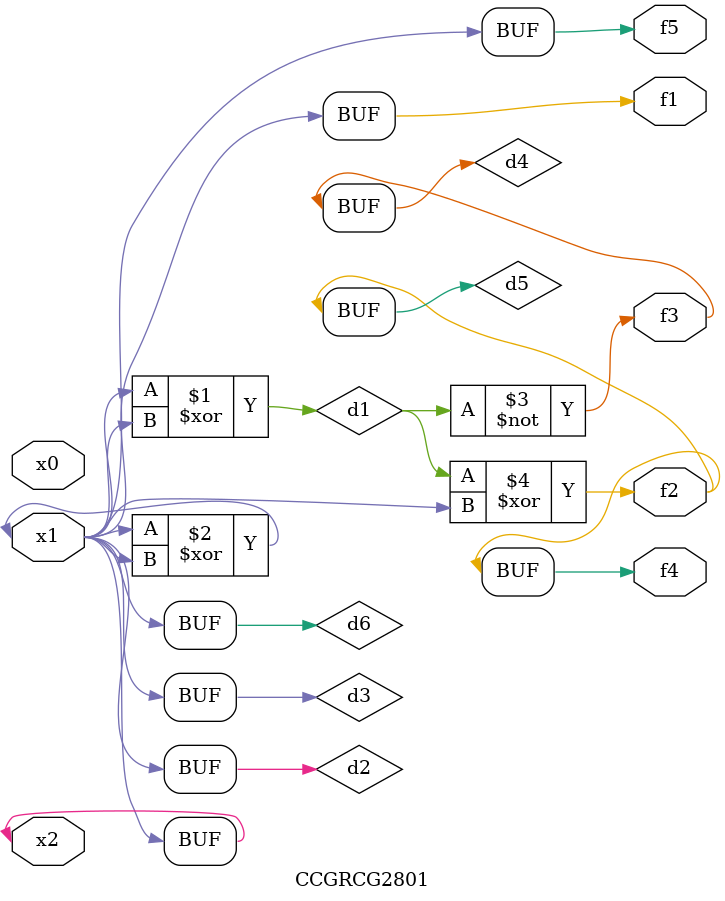
<source format=v>
module CCGRCG2801(
	input x0, x1, x2,
	output f1, f2, f3, f4, f5
);

	wire d1, d2, d3, d4, d5, d6;

	xor (d1, x1, x2);
	buf (d2, x1, x2);
	xor (d3, x1, x2);
	nor (d4, d1);
	xor (d5, d1, d2);
	buf (d6, d2, d3);
	assign f1 = d6;
	assign f2 = d5;
	assign f3 = d4;
	assign f4 = d5;
	assign f5 = d6;
endmodule

</source>
